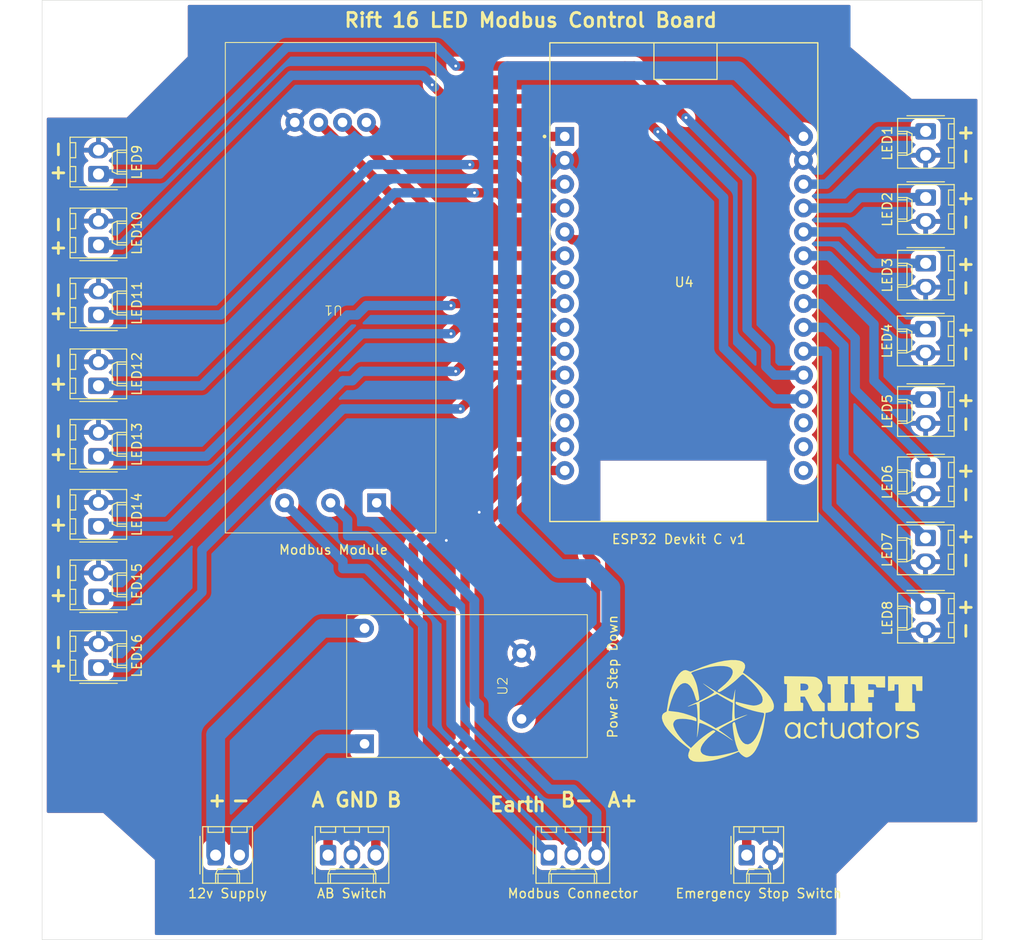
<source format=kicad_pcb>
(kicad_pcb (version 20240108) (generator "pcbnew") (generator_version "8.0")
  (layers (0 "F.Cu" signal) (31 "B.Cu" signal) (34 "B.Paste" user) (35 "F.Paste" user) (36 "B.SilkS" user "B.Silkscreen") (37 "F.SilkS" user "F.Silkscreen") (38 "B.Mask" user) (39 "F.Mask" user) (44 "Edge.Cuts" user))
  (net 0 "")
  (net 1 "Net-(J1-Pin_1)")
  (net 2 "Net-(J1-Pin_2)")
  (net 3 "Net-(J2-Pin_2)")
  (net 4 "Net-(J2-Pin_3)")
  (net 5 "Net-(J2-Pin_1)")
  (net 6 "Net-(J3-Pin_1)")
  (net 7 "GND")
  (net 8 "Net-(J4-Pin_1)")
  (net 9 "Net-(J5-Pin_1)")
  (net 10 "Net-(J6-Pin_1)")
  (net 11 "Net-(J7-Pin_1)")
  (net 12 "Net-(J8-Pin_1)")
  (net 13 "Net-(J9-Pin_1)")
  (net 14 "Net-(J10-Pin_1)")
  (net 15 "Net-(J11-Pin_1)")
  (net 16 "Net-(J12-Pin_1)")
  (net 17 "Net-(J14-Pin_1)")
  (net 18 "Net-(J15-Pin_1)")
  (net 19 "Net-(J16-Pin_1)")
  (net 20 "Net-(J17-Pin_1)")
  (net 21 "Net-(J18-Pin_1)")
  (net 22 "Net-(J19-Pin_1)")
  (net 23 "Net-(J19-Pin_3)")
  (net 24 "Net-(J20-Pin_1)")
  (net 25 "Net-(U2-5V)")
  (net 27 "Net-(U1-VCC)")
  (net 28 "Net-(U1-RXD)")
  (net 32 "Net-(U1-TXD)")
  (net 34 "Net-(J13-Pin_1)")
  (footprint "Connector_Molex:Molex_KK-254_AE-6410-02A_1x02_P2.54mm_Vertical" (layer "F.Cu") (at 106 83.5 90)
    (property "Reference" "J13" (hide yes))
    (property "Value" "LED11" (at 1.27 4.08 -90) (layer "F.SilkS"))
    (pad "1" thru_hole roundrect (at 0 0 90) (size 1.74 2.19) (drill 1.19) (layers "*.Cu" "*.Mask") (roundrect_rratio 0.143678) (net 34 "Net-(J13-Pin_1)"))
    (pad "2" thru_hole oval (at 2.54 0 90) (size 1.74 2.19) (drill 1.19) (layers "*.Cu" "*.Mask") (net 7 "GND"))
  )
  (footprint "Library:RiftLogoSmaller" (layer "F.Cu") (at 180.5 125.5)
    (property "Reference" "G***" (hide yes))
    (property "Value" "LOGO" (hide yes))
  )
  (footprint "Connector_Molex:Molex_KK-254_AE-6410-03A_1x03_P2.54mm_Vertical" (layer "F.Cu") (at 130.42 141)
    (property "Reference" "J19" (hide yes))
    (property "Value" "AB Switch" (at 2.54 4.08 0) (layer "F.SilkS"))
    (pad "1" thru_hole roundrect (at 0 0) (size 1.74 2.19) (drill 1.19) (layers "*.Cu" "*.Mask") (roundrect_rratio 0.143678) (net 22 "Net-(J19-Pin_1)"))
    (pad "2" thru_hole oval (at 2.54 0) (size 1.74 2.19) (drill 1.19) (layers "*.Cu" "*.Mask") (net 7 "GND"))
    (pad "3" thru_hole oval (at 5.08 0) (size 1.74 2.19) (drill 1.19) (layers "*.Cu" "*.Mask") (net 23 "Net-(J19-Pin_3)"))
  )
  (footprint "Library:Modbus Module" (layer "F.Cu") (at 130.69 80.6 180)
    (property "Reference" "U1" (at -0.3 -2.4 180) (layer "F.SilkS") (effects (font (thickness 0.1))))
    (property "Value" "Modbus Module" (at -0.31 -27.9 0) (layer "F.SilkS"))
    (pad "1" thru_hole rect (at -4.9 -22.9 180) (size 2 2) (drill 1.02) (layers "*.Cu" "*.Mask") (net 4 "Net-(J2-Pin_3)"))
    (pad "2" thru_hole circle (at 0 -22.9 180) (size 2 2) (drill 1.02) (layers "*.Cu" "*.Mask") (net 3 "Net-(J2-Pin_2)"))
    (pad "3" thru_hole circle (at 4.9 -22.9 180) (size 2 2) (drill 1.02) (layers "*.Cu" "*.Mask") (net 5 "Net-(J2-Pin_1)"))
    (pad "4" thru_hole circle (at 3.81 17.6 180) (size 2 2) (drill 1.02) (layers "*.Cu" "*.Mask") (net 7 "GND"))
    (pad "5" thru_hole circle (at 1.27 17.6 180) (size 2 2) (drill 1.02) (layers "*.Cu" "*.Mask") (net 28 "Net-(U1-RXD)"))
    (pad "6" thru_hole circle (at -1.27 17.6 180) (size 2 2) (drill 1.02) (layers "*.Cu" "*.Mask") (net 32 "Net-(U1-TXD)"))
    (pad "7" thru_hole circle (at -3.81 17.6 180) (size 2 2) (drill 1.02) (layers "*.Cu" "*.Mask") (net 27 "Net-(U1-VCC)"))
  )
  (footprint "MountingHole:MountingHole_3.2mm_M3" (layer "F.Cu") (at 105 55)
    (property "Reference" "REF**" (hide yes))
    (property "Value" "MountingHole_3.2mm_M3")
    (pad "" np_thru_hole circle (at 0 0) (size 3.2 3.2) (drill 3.2) (layers "*.Cu" "*.Mask"))
  )
  (footprint "Connector_Molex:Molex_KK-254_AE-6410-02A_1x02_P2.54mm_Vertical" (layer "F.Cu") (at 194 92.5 -90)
    (property "Reference" "J7" (hide yes))
    (property "Value" "LED5" (at 1.27 4.08 90) (layer "F.SilkS"))
    (pad "1" thru_hole roundrect (at 0 0 270) (size 1.74 2.19) (drill 1.19) (layers "*.Cu" "*.Mask") (roundrect_rratio 0.143678) (net 11 "Net-(J7-Pin_1)"))
    (pad "2" thru_hole oval (at 2.54 0 270) (size 1.74 2.19) (drill 1.19) (layers "*.Cu" "*.Mask") (net 7 "GND"))
  )
  (footprint "Library:MODULE_ESP32_DEVKIT_V1" (layer "F.Cu") (at 168.3 80.015)
    (property "Reference" "U4" (at 0 0 0) (layer "F.SilkS"))
    (property "Value" "ESP32 Devkit C v1" (at -0.56 27.36 0) (layer "F.SilkS"))
    (pad "1" thru_hole rect (at -12.7 -15.515) (size 2 2) (drill 1.02) (layers "*.Cu" "*.Mask") (net 27 "Net-(U1-VCC)"))
    (pad "2" thru_hole circle (at -12.7 -12.975) (size 2 2) (drill 1.02) (layers "*.Cu" "*.Mask") (net 7 "GND"))
    (pad "3" thru_hole circle (at -12.7 -10.435) (size 2 2) (drill 1.02) (layers "*.Cu" "*.Mask") (net 34 "Net-(J13-Pin_1)"))
    (pad "4" thru_hole circle (at -12.7 -7.895) (size 2 2) (drill 1.02) (layers "*.Cu" "*.Mask") (net 17 "Net-(J14-Pin_1)"))
    (pad "5" thru_hole circle (at -12.7 -5.355) (size 2 2) (drill 1.02) (layers "*.Cu" "*.Mask") (net 24 "Net-(J20-Pin_1)"))
    (pad "6" thru_hole circle (at -12.7 -2.815) (size 2 2) (drill 1.02) (layers "*.Cu" "*.Mask") (net 32 "Net-(U1-TXD)"))
    (pad "7" thru_hole circle (at -12.7 -0.275) (size 2 2) (drill 1.02) (layers "*.Cu" "*.Mask") (net 28 "Net-(U1-RXD)"))
    (pad "8" thru_hole circle (at -12.7 2.265) (size 2 2) (drill 1.02) (layers "*.Cu" "*.Mask") (net 18 "Net-(J15-Pin_1)"))
    (pad "9" thru_hole circle (at -12.7 4.805) (size 2 2) (drill 1.02) (layers "*.Cu" "*.Mask") (net 19 "Net-(J16-Pin_1)"))
    (pad "10" thru_hole circle (at -12.7 7.345) (size 2 2) (drill 1.02) (layers "*.Cu" "*.Mask") (net 20 "Net-(J17-Pin_1)"))
    (pad "11" thru_hole circle (at -12.7 9.885) (size 2 2) (drill 1.02) (layers "*.Cu" "*.Mask") (net 21 "Net-(J18-Pin_1)"))
    (pad "12" thru_hole circle (at -12.7 12.425) (size 2 2) (drill 1.02) (layers "*.Cu" "*.Mask"))
    (pad "13" thru_hole circle (at -12.7 14.965) (size 2 2) (drill 1.02) (layers "*.Cu" "*.Mask"))
    (pad "14" thru_hole circle (at -12.7 17.505) (size 2 2) (drill 1.02) (layers "*.Cu" "*.Mask") (net 22 "Net-(J19-Pin_1)"))
    (pad "15" thru_hole circle (at -12.7 20.045) (size 2 2) (drill 1.02) (layers "*.Cu" "*.Mask") (net 23 "Net-(J19-Pin_3)"))
    (pad "16" thru_hole circle (at 12.7 20.045) (size 2 2) (drill 1.02) (layers "*.Cu" "*.Mask"))
    (pad "17" thru_hole circle (at 12.7 17.505) (size 2 2) (drill 1.02) (layers "*.Cu" "*.Mask"))
    (pad "18" thru_hole circle (at 12.7 14.965) (size 2 2) (drill 1.02) (layers "*.Cu" "*.Mask"))
    (pad "19" thru_hole circle (at 12.7 12.425) (size 2 2) (drill 1.02) (layers "*.Cu" "*.Mask") (net 16 "Net-(J12-Pin_1)"))
    (pad "20" thru_hole circle (at 12.7 9.885) (size 2 2) (drill 1.02) (layers "*.Cu" "*.Mask") (net 15 "Net-(J11-Pin_1)"))
    (pad "21" thru_hole circle (at 12.7 7.345) (size 2 2) (drill 1.02) (layers "*.Cu" "*.Mask") (net 14 "Net-(J10-Pin_1)"))
    (pad "22" thru_hole circle (at 12.7 4.805) (size 2 2) (drill 1.02) (layers "*.Cu" "*.Mask") (net 13 "Net-(J9-Pin_1)"))
    (pad "23" thru_hole circle (at 12.7 2.265) (size 2 2) (drill 1.02) (layers "*.Cu" "*.Mask") (net 12 "Net-(J8-Pin_1)"))
    (pad "24" thru_hole circle (at 12.7 -0.275) (size 2 2) (drill 1.02) (layers "*.Cu" "*.Mask") (net 11 "Net-(J7-Pin_1)"))
    (pad "25" thru_hole circle (at 12.7 -2.815) (size 2 2) (drill 1.02) (layers "*.Cu" "*.Mask") (net 10 "Net-(J6-Pin_1)"))
    (pad "26" thru_hole circle (at 12.7 -5.355) (size 2 2) (drill 1.02) (layers "*.Cu" "*.Mask") (net 9 "Net-(J5-Pin_1)"))
    (pad "27" thru_hole circle (at 12.7 -7.895) (size 2 2) (drill 1.02) (layers "*.Cu" "*.Mask") (net 8 "Net-(J4-Pin_1)"))
    (pad "28" thru_hole circle (at 12.7 -10.435) (size 2 2) (drill 1.02) (layers "*.Cu" "*.Mask") (net 6 "Net-(J3-Pin_1)"))
    (pad "29" thru_hole circle (at 12.7 -12.975) (size 2 2) (drill 1.02) (layers "*.Cu" "*.Mask") (net 7 "GND"))
    (pad "30" thru_hole circle (at 12.7 -15.515) (size 2 2) (drill 1.02) (layers "*.Cu" "*.Mask") (net 25 "Net-(U2-5V)"))
    (zone (net 0) (net_name "") (layer "F.Cu") (connect_pads (clearance 0)) (min_thickness 0.01)
      (keepout (tracks not_allowed) (vias not_allowed) (pads not_allowed) (copperpour not_allowed) (footprints allowed))
      (fill (thermal_gap 0.508) (thermal_bridge_width 0.508))
      (polygon (pts (xy 159.39 99) (xy 177.08 99) (xy 177.08 105.49) (xy 159.39 105.49)))
    )
    (zone (net 0) (net_name "") (layer "B.Cu") (connect_pads (clearance 0)) (min_thickness 0.01)
      (keepout (tracks not_allowed) (vias not_allowed) (pads not_allowed) (copperpour not_allowed) (footprints allowed))
      (fill (thermal_gap 0.508) (thermal_bridge_width 0.508))
      (polygon (pts (xy 159.39 99) (xy 177.08 99) (xy 177.08 105.49) (xy 159.39 105.49)))
    )
  )
  (footprint "Connector_Molex:Molex_KK-254_AE-6410-02A_1x02_P2.54mm_Vertical" (layer "F.Cu") (at 118.46 141)
    (property "Reference" "J1" (hide yes))
    (property "Value" "12v Supply" (at 1.27 4.08 0) (layer "F.SilkS"))
    (pad "1" thru_hole roundrect (at 0 0) (size 1.74 2.19) (drill 1.19) (layers "*.Cu" "*.Mask") (roundrect_rratio 0.143678) (net 1 "Net-(J1-Pin_1)"))
    (pad "2" thru_hole oval (at 2.54 0) (size 1.74 2.19) (drill 1.19) (layers "*.Cu" "*.Mask") (net 2 "Net-(J1-Pin_2)"))
  )
  (footprint "Connector_Molex:Molex_KK-254_AE-6410-02A_1x02_P2.54mm_Vertical" (layer "F.Cu") (at 106 113.5 90)
    (property "Reference" "J17" (hide yes))
    (property "Value" "LED15" (at 1.27 4.08 -90) (layer "F.SilkS"))
    (pad "1" thru_hole roundrect (at 0 0 90) (size 1.74 2.19) (drill 1.19) (layers "*.Cu" "*.Mask") (roundrect_rratio 0.143678) (net 20 "Net-(J17-Pin_1)"))
    (pad "2" thru_hole oval (at 2.54 0 90) (size 1.74 2.19) (drill 1.19) (layers "*.Cu" "*.Mask") (net 7 "GND"))
  )
  (footprint "Connector_Molex:Molex_KK-254_AE-6410-02A_1x02_P2.54mm_Vertical" (layer "F.Cu") (at 106 121.04 90)
    (property "Reference" "J18" (hide yes))
    (property "Value" "LED16" (at 1.27 4.08 -90) (layer "F.SilkS"))
    (pad "1" thru_hole roundrect (at 0 0 90) (size 1.74 2.19) (drill 1.19) (layers "*.Cu" "*.Mask") (roundrect_rratio 0.143678) (net 21 "Net-(J18-Pin_1)"))
    (pad "2" thru_hole oval (at 2.54 0 90) (size 1.74 2.19) (drill 1.19) (layers "*.Cu" "*.Mask") (net 7 "GND"))
  )
  (footprint "Connector_Molex:Molex_KK-254_AE-6410-02A_1x02_P2.54mm_Vertical" (layer "F.Cu") (at 106 76.05 90)
    (property "Reference" "J12" (hide yes))
    (property "Value" "LED10" (at 1.27 4.08 -90) (layer "F.SilkS"))
    (pad "1" thru_hole roundrect (at 0 0 90) (size 1.74 2.19) (drill 1.19) (layers "*.Cu" "*.Mask") (roundrect_rratio 0.143678) (net 16 "Net-(J12-Pin_1)"))
    (pad "2" thru_hole oval (at 2.54 0 90) (size 1.74 2.19) (drill 1.19) (layers "*.Cu" "*.Mask") (net 7 "GND"))
  )
  (footprint "Connector_Molex:Molex_KK-254_AE-6410-02A_1x02_P2.54mm_Vertical" (layer "F.Cu") (at 194 78 -90)
    (property "Reference" "J5" (hide yes))
    (property "Value" "LED3" (at 1.27 4.08 90) (layer "F.SilkS"))
    (pad "1" thru_hole roundrect (at 0 0 270) (size 1.74 2.19) (drill 1.19) (layers "*.Cu" "*.Mask") (roundrect_rratio 0.143678) (net 9 "Net-(J5-Pin_1)"))
    (pad "2" thru_hole oval (at 2.54 0 270) (size 1.74 2.19) (drill 1.19) (layers "*.Cu" "*.Mask") (net 7 "GND"))
  )
  (footprint "Connector_Molex:Molex_KK-254_AE-6410-02A_1x02_P2.54mm_Vertical" (layer "F.Cu") (at 193.98 85 -90)
    (property "Reference" "J6" (hide yes))
    (property "Value" "LED4" (at 1.27 4.08 90) (layer "F.SilkS"))
    (pad "1" thru_hole roundrect (at 0 0 270) (size 1.74 2.19) (drill 1.19) (layers "*.Cu" "*.Mask") (roundrect_rratio 0.143678) (net 10 "Net-(J6-Pin_1)"))
    (pad "2" thru_hole oval (at 2.54 0 270) (size 1.74 2.19) (drill 1.19) (layers "*.Cu" "*.Mask") (net 7 "GND"))
  )
  (footprint "Connector_Molex:Molex_KK-254_AE-6410-02A_1x02_P2.54mm_Vertical" (layer "F.Cu") (at 106 106 90)
    (property "Reference" "J16" (hide yes))
    (property "Value" "LED14" (at 1.27 4.08 -90) (layer "F.SilkS"))
    (pad "1" thru_hole roundrect (at 0 0 90) (size 1.74 2.19) (drill 1.19) (layers "*.Cu" "*.Mask") (roundrect_rratio 0.143678) (net 19 "Net-(J16-Pin_1)"))
    (pad "2" thru_hole oval (at 2.54 0 90) (size 1.74 2.19) (drill 1.19) (layers "*.Cu" "*.Mask") (net 7 "GND"))
  )
  (footprint "MountingHole:MountingHole_3.2mm_M3" (layer "F.Cu") (at 195 55)
    (property "Reference" "REF**" (hide yes))
    (property "Value" "MountingHole_3.2mm_M3")
    (pad "" np_thru_hole circle (at 0 0) (size 3.2 3.2) (drill 3.2) (layers "*.Cu" "*.Mask"))
  )
  (footprint "Connector_Molex:Molex_KK-254_AE-6410-02A_1x02_P2.54mm_Vertical" (layer "F.Cu") (at 193.98 107.23 -90)
    (property "Reference" "J9" (hide yes))
    (property "Value" "LED7" (at 1.27 4.08 90) (layer "F.SilkS"))
    (pad "1" thru_hole roundrect (at 0 0 270) (size 1.74 2.19) (drill 1.19) (layers "*.Cu" "*.Mask") (roundrect_rratio 0.143678) (net 13 "Net-(J9-Pin_1)"))
    (pad "2" thru_hole oval (at 2.54 0 270) (size 1.74 2.19) (drill 1.19) (layers "*.Cu" "*.Mask") (net 7 "GND"))
  )
  (footprint "Connector_Molex:Molex_KK-254_AE-6410-02A_1x02_P2.54mm_Vertical" (layer "F.Cu") (at 194 71 -90)
    (property "Reference" "J4" (hide yes))
    (property "Value" "LED2" (at 1.27 4.08 90) (layer "F.SilkS"))
    (pad "1" thru_hole roundrect (at 0 0 270) (size 1.74 2.19) (drill 1.19) (layers "*.Cu" "*.Mask") (roundrect_rratio 0.143678) (net 8 "Net-(J4-Pin_1)"))
    (pad "2" thru_hole oval (at 2.54 0 270) (size 1.74 2.19) (drill 1.19) (layers "*.Cu" "*.Mask") (net 7 "GND"))
  )
  (footprint "Connector_Molex:Molex_KK-254_AE-6410-02A_1x02_P2.54mm_Vertical" (layer "F.Cu") (at 106 91.04 90)
    (property "Reference" "J14" (hide yes))
    (property "Value" "LED12" (at 1.27 4.08 -90) (layer "F.SilkS"))
    (pad "1" thru_hole roundrect (at 0 0 90) (size 1.74 2.19) (drill 1.19) (layers "*.Cu" "*.Mask") (roundrect_rratio 0.143678) (net 17 "Net-(J14-Pin_1)"))
    (pad "2" thru_hole oval (at 2.54 0 90) (size 1.74 2.19) (drill 1.19) (layers "*.Cu" "*.Mask") (net 7 "GND"))
  )
  (footprint "Connector_Molex:Molex_KK-254_AE-6410-02A_1x02_P2.54mm_Vertical" (layer "F.Cu") (at 194 100 -90)
    (property "Reference" "J8" (hide yes))
    (property "Value" "LED6" (at 1.27 4.08 90) (layer "F.SilkS"))
    (pad "1" thru_hole roundrect (at 0 0 270) (size 1.74 2.19) (drill 1.19) (layers "*.Cu" "*.Mask") (roundrect_rratio 0.143678) (net 12 "Net-(J8-Pin_1)"))
    (pad "2" thru_hole oval (at 2.54 0 270) (size 1.74 2.19) (drill 1.19) (layers "*.Cu" "*.Mask") (net 7 "GND"))
  )
  (footprint "Connector_Molex:Molex_KK-254_AE-6410-03A_1x03_P2.54mm_Vertical" (layer "F.Cu") (at 153.92 141)
    (property "Reference" "J2" (hide yes))
    (property "Value" "Modbus Connector" (at 2.54 4.08 0) (layer "F.SilkS"))
    (pad "1" thru_hole roundrect (at 0 0) (size 1.74 2.19) (drill 1.19) (layers "*.Cu" "*.Mask") (roundrect_rratio 0.143678) (net 5 "Net-(J2-Pin_1)"))
    (pad "2" thru_hole oval (at 2.54 0) (size 1.74 2.19) (drill 1.19) (layers "*.Cu" "*.Mask") (net 3 "Net-(J2-Pin_2)"))
    (pad "3" thru_hole oval (at 5.08 0) (size 1.74 2.19) (drill 1.19) (layers "*.Cu" "*.Mask") (net 4 "Net-(J2-Pin_3)"))
  )
  (footprint "Connector_Molex:Molex_KK-254_AE-6410-02A_1x02_P2.54mm_Vertical" (layer "F.Cu") (at 106 98.54 90)
    (property "Reference" "J15" (hide yes))
    (property "Value" "LED13" (at 1.27 4.08 -90) (layer "F.SilkS"))
    (pad "1" thru_hole roundrect (at 0 0 90) (size 1.74 2.19) (drill 1.19) (layers "*.Cu" "*.Mask") (roundrect_rratio 0.143678) (net 18 "Net-(J15-Pin_1)"))
    (pad "2" thru_hole oval (at 2.54 0 90) (size 1.74 2.19) (drill 1.19) (layers "*.Cu" "*.Mask") (net 7 "GND"))
  )
  (footprint "Connector_Molex:Molex_KK-254_AE-6410-02A_1x02_P2.54mm_Vertical" (layer "F.Cu") (at 106 68.5 90)
    (property "Reference" "J11" (hide yes))
    (property "Value" "LED9" (at 1.27 4.08 -90) (layer "F.SilkS"))
    (pad "1" thru_hole roundrect (at 0 0 90) (size 1.74 2.19) (drill 1.19) (layers "*.Cu" "*.Mask") (roundrect_rratio 0.143678) (net 15 "Net-(J11-Pin_1)"))
    (pad "2" thru_hole oval (at 2.54 0 90) (size 1.74 2.19) (drill 1.19) (layers "*.Cu" "*.Mask") (net 7 "GND"))
  )
  (footprint "MountingHole:MountingHole_3.2mm_M3" (layer "F.Cu") (at 105 145)
    (property "Reference" "REF**" (hide yes))
    (property "Value" "MountingHole_3.2mm_M3")
    (pad "" np_thru_hole circle (at 0 0) (size 3.2 3.2) (drill 3.2) (layers "F&B.Cu" "*.Mask"))
  )
  (footprint "Connector_Molex:Molex_KK-254_AE-6410-02A_1x02_P2.54mm_Vertical" (layer "F.Cu") (at 174.96 141)
    (property "Reference" "J20" (hide yes))
    (property "Value" "Emergency Stop Switch" (at 1.27 4.08 0) (layer "F.SilkS"))
    (pad "1" thru_hole roundrect (at 0 0) (size 1.74 2.19) (drill 1.19) (layers "*.Cu" "*.Mask") (roundrect_rratio 0.143678) (net 24 "Net-(J20-Pin_1)"))
    (pad "2" thru_hole oval (at 2.54 0) (size 1.74 2.19) (drill 1.19) (layers "*.Cu" "*.Mask") (net 7 "GND"))
  )
  (footprint "Library:Step Down Buck Converter 24V - 5V" (layer "F.Cu") (at 145.2 123 90)
    (property "Reference" "U2" (at 0 3.8 90) (layer "F.SilkS") (effects (font (thickness 0.1))))
    (property "Value" "Power Step Down" (at 1 15.5 90) (layer "F.SilkS"))
    (pad "1" thru_hole rect (at -6.15 -10.9 90) (size 2 2) (drill 1.02) (layers "*.Cu" "*.Mask") (net 2 "Net-(J1-Pin_2)"))
    (pad "2" thru_hole circle (at 6.15 -10.9 90) (size 2 2) (drill 1.02) (layers "*.Cu" "*.Mask") (net 1 "Net-(J1-Pin_1)"))
    (pad "3" thru_hole circle (at 3.5 5.8 90) (size 2 2) (drill 1.02) (layers "*.Cu" "*.Mask") (net 7 "GND"))
    (pad "4" thru_hole circle (at -3.5 5.8 90) (size 2 2) (drill 1.02) (layers "*.Cu" "*.Mask") (net 25 "Net-(U2-5V)"))
  )
  (footprint "Connector_Molex:Molex_KK-254_AE-6410-02A_1x02_P2.54mm_Vertical" (layer "F.Cu") (at 194 114.5 -90)
    (property "Reference" "J10" (hide yes))
    (property "Value" "LED8" (at 1.27 4.08 90) (layer "F.SilkS"))
    (pad "1" thru_hole roundrect (at 0 0 270) (size 1.74 2.19) (drill 1.19) (layers "*.Cu" "*.Mask") (roundrect_rratio 0.143678) (net 14 "Net-(J10-Pin_1)"))
    (pad "2" thru_hole oval (at 2.54 0 270) (size 1.74 2.19) (drill 1.19) (layers "*.Cu" "*.Mask") (net 7 "GND"))
  )
  (footprint "Connector_Molex:Molex_KK-254_AE-6410-02A_1x02_P2.54mm_Vertical" (layer "F.Cu") (at 194 63.96 -90)
    (property "Reference" "J3" (hide yes))
    (property "Value" "LED1" (at 1.27 4.08 90) (layer "F.SilkS"))
    (pad "1" thru_hole roundrect (at 0 0 270) (size 1.74 2.19) (drill 1.19) (layers "*.Cu" "*.Mask") (roundrect_rratio 0.143678) (net 6 "Net-(J3-Pin_1)"))
    (pad "2" thru_hole oval (at 2.54 0 270) (size 1.74 2.19) (drill 1.19) (layers "*.Cu" "*.Mask") (net 7 "GND"))
  )
  (footprint "MountingHole:MountingHole_3.2mm_M3" (layer "F.Cu") (at 195 145)
    (property "Reference" "REF**" (hide yes))
    (property "Value" "MountingHole_3.2mm_M3")
    (pad "" np_thru_hole circle (at 0 0) (size 3.2 3.2) (drill 3.2) (layers "F&B.Cu" "*.Mask"))
  )
  (gr_rect (start 100 50) (end 200 150) (stroke (width 0.05)) (fill none) (layer "Edge.Cuts"))
  (gr_text "+" (at 102.5 114.5 90) (layer "F.SilkS") (effects (font (size 1.5 1.5) (thickness 0.3) (bold yes)) (justify left bottom)))
  (gr_text "+" (at 102.5 84.5 90) (layer "F.SilkS") (effects (font (size 1.5 1.5) (thickness 0.3) (bold yes)) (justify left bottom)))
  (gr_text "+" (at 197.5 77 -90) (layer "F.SilkS") (effects (font (size 1.5 1.5) (thickness 0.3) (bold yes)) (justify left bottom)))
  (gr_text "-" (at 102.5 104.5 90) (layer "F.SilkS") (effects (font (size 1.5 1.5) (thickness 0.3) (bold yes)) (justify left bottom)))
  (gr_text "A" (at 128.5 136 0) (layer "F.SilkS") (effects (font (size 1.5 1.5) (thickness 0.3) (bold yes)) (justify left bottom)))
  (gr_text "-" (at 102.5 119.5 90) (layer "F.SilkS") (effects (font (size 1.5 1.5) (thickness 0.3) (bold yes)) (justify left bottom)))
  (gr_text "-" (at 102.5 97 90) (layer "F.SilkS") (effects (font (size 1.5 1.5) (thickness 0.3) (bold yes)) (justify left bottom)))
  (gr_text "B-" (at 155 136 0) (layer "F.SilkS") (effects (font (size 1.5 1.5) (thickness 0.3) (bold yes)) (justify left bottom)))
  (gr_text "A+" (at 160 136 0) (layer "F.SilkS") (effects (font (size 1.5 1.5) (thickness 0.3) (bold yes)) (justify left bottom)))
  (gr_text "-" (at 197.5 101.5 -90) (layer "F.SilkS") (effects (font (size 1.5 1.5) (thickness 0.3) (bold yes)) (justify left bottom)))
  (gr_text "GND" (at 131 136 0) (layer "F.SilkS") (effects (font (size 1.5 1.5) (thickness 0.3) (bold yes)) (justify left bottom)))
  (gr_text "-" (at 197.5 65.5 -90) (layer "F.SilkS") (effects (font (size 1.5 1.5) (thickness 0.3) (bold yes)) (justify left bottom)))
  (gr_text "-" (at 197.5 108.5 -90) (layer "F.SilkS") (effects (font (size 1.5 1.5) (thickness 0.3) (bold yes)) (justify left bottom)))
  (gr_text "+" (at 102.5 92 90) (layer "F.SilkS") (effects (font (size 1.5 1.5) (thickness 0.3) (bold yes)) (justify left bottom)))
  (gr_text "-" (at 102.5 67 90) (layer "F.SilkS") (effects (font (size 1.5 1.5) (thickness 0.3) (bold yes)) (justify left bottom)))
  (gr_text "-" (at 102.5 89.5 90) (layer "F.SilkS") (effects (font (size 1.5 1.5) (thickness 0.3) (bold yes)) (justify left bottom)))
  (gr_text "-" (at 102.5 112 90) (layer "F.SilkS") (effects (font (size 1.5 1.5) (thickness 0.3) (bold yes)) (justify left bottom)))
  (gr_text "-" (at 120 136 0) (layer "F.SilkS") (effects (font (size 1.5 1.5) (thickness 0.3) (bold yes)) (justify left bottom)))
  (gr_text "+" (at 197.5 113.5 -90) (layer "F.SilkS") (effects (font (size 1.5 1.5) (thickness 0.3) (bold yes)) (justify left bottom)))
  (gr_text "+" (at 197.5 106 -90) (layer "F.SilkS") (effects (font (size 1.5 1.5) (thickness 0.3) (bold yes)) (justify left bottom)))
  (gr_text "+" (at 102.5 77.5 90) (layer "F.SilkS") (effects (font (size 1.5 1.5) (thickness 0.3) (bold yes)) (justify left bottom)))
  (gr_text "-" (at 102.5 75 90) (layer "F.SilkS") (effects (font (size 1.5 1.5) (thickness 0.3) (bold yes)) (justify left bottom)))
  (gr_text "+" (at 117.5 136 0) (layer "F.SilkS") (effects (font (size 1.5 1.5) (thickness 0.3) (bold yes)) (justify left bottom)))
  (gr_text "-" (at 197.5 94 -90) (layer "F.SilkS") (effects (font (size 1.5 1.5) (thickness 0.3) (bold yes)) (justify left bottom)))
  (gr_text "-" (at 102.5 82 90) (layer "F.SilkS") (effects (font (size 1.5 1.5) (thickness 0.3) (bold yes)) (justify left bottom)))
  (gr_text "-" (at 197.5 86.5 -90) (layer "F.SilkS") (effects (font (size 1.5 1.5) (thickness 0.3) (bold yes)) (justify left bottom)))
  (gr_text "+" (at 102.5 122 90) (layer "F.SilkS") (effects (font (size 1.5 1.5) (thickness 0.3) (bold yes)) (justify left bottom)))
  (gr_text "+" (at 197.5 99 -90) (layer "F.SilkS") (effects (font (size 1.5 1.5) (thickness 0.3) (bold yes)) (justify left bottom)))
  (gr_text "-" (at 197.5 72.5 -90) (layer "F.SilkS") (effects (font (size 1.5 1.5) (thickness 0.3) (bold yes)) (justify left bottom)))
  (gr_text "Earth" (at 147.5 136.5 0) (layer "F.SilkS") (effects (font (size 1.5 1.5) (thickness 0.3) (bold yes)) (justify left bottom)))
  (gr_text "+" (at 102.5 69.5 90) (layer "F.SilkS") (effects (font (size 1.5 1.5) (thickness 0.3) (bold yes)) (justify left bottom)))
  (gr_text "+" (at 197.5 70 -90) (layer "F.SilkS") (effects (font (size 1.5 1.5) (thickness 0.3) (bold yes)) (justify left bottom)))
  (gr_text "Rift 16 LED Modbus Control Board" (at 132 53 0) (layer "F.SilkS") (effects (font (size 1.5 1.5) (thickness 0.3) (bold yes)) (justify left bottom)))
  (gr_text "-" (at 197.5 116 -90) (layer "F.SilkS") (effects (font (size 1.5 1.5) (thickness 0.3) (bold yes)) (justify left bottom)))
  (gr_text "+" (at 197.5 91.5 -90) (layer "F.SilkS") (effects (font (size 1.5 1.5) (thickness 0.3) (bold yes)) (justify left bottom)))
  (gr_text "+" (at 197.5 63 -90) (layer "F.SilkS") (effects (font (size 1.5 1.5) (thickness 0.3) (bold yes)) (justify left bottom)))
  (gr_text "+" (at 102.5 99.5 90) (layer "F.SilkS") (effects (font (size 1.5 1.5) (thickness 0.3) (bold yes)) (justify left bottom)))
  (gr_text "+" (at 102.5 107 90) (layer "F.SilkS") (effects (font (size 1.5 1.5) (thickness 0.3) (bold yes)) (justify left bottom)))
  (gr_text "+" (at 197.5 84 -90) (layer "F.SilkS") (effects (font (size 1.5 1.5) (thickness 0.3) (bold yes)) (justify left bottom)))
  (gr_text "B" (at 136.5 136 0) (layer "F.SilkS") (effects (font (size 1.5 1.5) (thickness 0.3) (bold yes)) (justify left bottom)))
  (gr_text "-" (at 197.5 79.5 -90) (layer "F.SilkS") (effects (font (size 1.5 1.5) (thickness 0.3) (bold yes)) (justify left bottom)))
  (segment (start 129.8 116.85) (end 134.3 116.85) (width 2) (layer "B.Cu") (net 1))
  (segment (start 118.46 128.19) (end 129.8 116.85) (width 2) (layer "B.Cu") (net 1))
  (segment (start 118.46 141) (end 118.46 128.19) (width 2) (layer "B.Cu") (net 1))
  (segment (start 129.8 129.15) (end 134.3 129.15) (width 2) (layer "B.Cu") (net 2))
  (segment (start 121 137.95) (end 129.8 129.15) (width 2) (layer "B.Cu") (net 2))
  (segment (start 121 141) (end 121 137.95) (width 2) (layer "B.Cu") (net 2))
  (segment (start 132.5 107) (end 132.5 105.31) (width 1) (layer "B.Cu") (net 3))
  (segment (start 156.46 139.96) (end 143.5 127) (width 1) (layer "B.Cu") (net 3))
  (segment (start 143 115.5) (end 134.5 107) (width 1) (layer "B.Cu") (net 3))
  (segment (start 143.5 115.5) (end 143 115.5) (width 1) (layer "B.Cu") (net 3))
  (segment (start 134.5 107) (end 132.5 107) (width 1) (layer "B.Cu") (net 3))
  (segment (start 132.5 105.31) (end 130.69 103.5) (width 1) (layer "B.Cu") (net 3))
  (segment (start 156.46 141) (end 156.46 139.96) (width 1) (layer "B.Cu") (net 3))
  (segment (start 143.5 127) (end 143.5 115.5) (width 1) (layer "B.Cu") (net 3))
  (segment (start 156.5 134) (end 154 134) (width 1) (layer "B.Cu") (net 4))
  (segment (start 146 124.5) (end 146 113.91) (width 1) (layer "B.Cu") (net 4))
  (segment (start 146 113.91) (end 135.59 103.5) (width 1) (layer "B.Cu") (net 4))
  (segment (start 159 141) (end 159 136.5) (width 1) (layer "B.Cu") (net 4))
  (segment (start 159 136.5) (end 156.5 134) (width 1) (layer "B.Cu") (net 4))
  (segment (start 154 134) (end 146.5 126.5) (width 1) (layer "B.Cu") (net 4))
  (segment (start 146.5 126.5) (end 146.5 125) (width 1) (layer "B.Cu") (net 4))
  (segment (start 146.5 125) (end 146 124.5) (width 1) (layer "B.Cu") (net 4))
  (segment (start 140.5 116.5) (end 134.5 110.5) (width 1) (layer "B.Cu") (net 5))
  (segment (start 132 110.5) (end 132 109.71) (width 1) (layer "B.Cu") (net 5))
  (segment (start 140.5 127.58) (end 140.5 116.5) (width 1) (layer "B.Cu") (net 5))
  (segment (start 132 109.71) (end 125.79 103.5) (width 1) (layer "B.Cu") (net 5))
  (segment (start 134.5 110.5) (end 132 110.5) (width 1) (layer "B.Cu") (net 5))
  (segment (start 153.92 141) (end 140.5 127.58) (width 1) (layer "B.Cu") (net 5))
  (segment (start 189.04 63.96) (end 194 63.96) (width 1) (layer "B.Cu") (net 6))
  (segment (start 183.42 69.58) (end 189.04 63.96) (width 1) (layer "B.Cu") (net 6))
  (segment (start 181 69.58) (end 183.42 69.58) (width 1) (layer "B.Cu") (net 6))
  (segment (start 156.46 67.04) (end 155.6 67.04) (width 1) (layer "F.Cu") (net 7))
  (segment (start 156.04 67.04) (end 154.96 67.04) (width 1) (layer "F.Cu") (net 7))
  (segment (start 154.96 67.04) (end 154 68) (width 1) (layer "F.Cu") (net 7))
  (segment (start 155.6 67.04) (end 156.04 67.04) (width 1) (layer "F.Cu") (net 7))
  (segment (start 156.46 67.04) (end 157.5 66) (width 1) (layer "F.Cu") (net 7))
  (segment (start 155.6 67.04) (end 157.54 67.04) (width 1) (layer "F.Cu") (net 7))
  (segment (start 157.54 67.04) (end 158 67.5) (width 1) (layer "F.Cu") (net 7))
  (segment (start 156.04 67.04) (end 157 68) (width 1) (layer "F.Cu") (net 7))
  (segment (start 154.54 67.04) (end 153.5 66) (width 1) (layer "F.Cu") (net 7))
  (via (at 146.5 104.5) (size 0.6) (drill 0.3) (layers "F.Cu" "B.Cu") (net 7))
  (via (at 143 107.5) (size 0.6) (drill 0.3) (layers "F.Cu" "B.Cu") (net 7))
  (segment (start 194 71) (end 187 71) (width 1) (layer "B.Cu") (net 8))
  (segment (start 185.88 72.12) (end 181 72.12) (width 1) (layer "B.Cu") (net 8))
  (segment (start 187 71) (end 185.88 72.12) (width 1) (layer "B.Cu") (net 8))
  (segment (start 188.5 78) (end 194 78) (width 1) (layer "B.Cu") (net 9))
  (segment (start 185.16 74.66) (end 188.5 78) (width 1) (layer "B.Cu") (net 9))
  (segment (start 181 74.66) (end 185.16 74.66) (width 1) (layer "B.Cu") (net 9))
  (segment (start 183.7 77.2) (end 191.5 85) (width 1) (layer "B.Cu") (net 10))
  (segment (start 181 77.2) (end 183.7 77.2) (width 1) (layer "B.Cu") (net 10))
  (segment (start 191.5 85) (end 193.98 85) (width 1) (layer "B.Cu") (net 10))
  (segment (start 188.5 84.5) (end 188.5 90.5) (width 1) (layer "B.Cu") (net 11))
  (segment (start 181 79.74) (end 183.74 79.74) (width 1) (layer "B.Cu") (net 11))
  (segment (start 190.5 92.5) (end 194 92.5) (width 1) (layer "B.Cu") (net 11))
  (segment (start 188.5 90.5) (end 190.5 92.5) (width 1) (layer "B.Cu") (net 11))
  (segment (start 183.74 79.74) (end 188.5 84.5) (width 1) (layer "B.Cu") (net 11))
  (segment (start 186.5 86) (end 186.5 91.5) (width 1) (layer "B.Cu") (net 12))
  (segment (start 182.78 82.28) (end 186.5 86) (width 1) (layer "B.Cu") (net 12))
  (segment (start 194 99) (end 194 100) (width 1) (layer "B.Cu") (net 12))
  (segment (start 181 82.28) (end 182.78 82.28) (width 1) (layer "B.Cu") (net 12))
  (segment (start 186.5 91.5) (end 194 99) (width 1) (layer "B.Cu") (net 12))
  (segment (start 185.3 86.8) (end 185.3 98.55) (width 1) (layer "B.Cu") (net 13))
  (segment (start 183.32 84.82) (end 185.3 86.8) (width 1) (layer "B.Cu") (net 13))
  (segment (start 181 84.82) (end 183.32 84.82) (width 1) (layer "B.Cu") (net 13))
  (segment (start 185.3 98.55) (end 193.98 107.23) (width 1) (layer "B.Cu") (net 13))
  (segment (start 183.5 87.5) (end 183.5 104) (width 1) (layer "B.Cu") (net 14))
  (segment (start 183.5 104) (end 194 114.5) (width 1) (layer "B.Cu") (net 14))
  (segment (start 181 87.36) (end 183.36 87.36) (width 1) (layer "B.Cu") (net 14))
  (segment (start 183.36 87.36) (end 183.5 87.5) (width 1) (layer "B.Cu") (net 14))
  (segment (start 162 57) (end 163 57) (width 1) (layer "F.Cu") (net 15))
  (segment (start 163 57) (end 168.5 62.5) (width 1) (layer "F.Cu") (net 15))
  (segment (start 144.5 57) (end 162 57) (width 1) (layer "F.Cu") (net 15))
  (segment (start 144 57) (end 144.5 57) (width 1) (layer "F.Cu") (net 15))
  (via (at 144 57) (size 0.6) (drill 0.3) (layers "F.Cu" "B.Cu") (net 15))
  (via (at 168.5 62.5) (size 0.6) (drill 0.3) (layers "F.Cu" "B.Cu") (net 15))
  (segment (start 177 87) (end 177 89) (width 1) (layer "B.Cu") (net 15))
  (segment (start 177.9 89.9) (end 181 89.9) (width 1) (layer "B.Cu") (net 15))
  (segment (start 175 69) (end 175 85) (width 1) (layer "B.Cu") (net 15))
  (segment (start 106 68.5) (end 112.5 68.5) (width 1) (layer "B.Cu") (net 15))
  (segment (start 168.5 62.5) (end 175 69) (width 1) (layer "B.Cu") (net 15))
  (segment (start 126 55) (end 134.5 55) (width 1) (layer "B.Cu") (net 15))
  (segment (start 134.5 55) (end 142 55) (width 1) (layer "B.Cu") (net 15))
  (segment (start 175 85) (end 177 87) (width 1) (layer "B.Cu") (net 15))
  (segment (start 124 57) (end 126 55) (width 1) (layer "B.Cu") (net 15))
  (segment (start 177 89) (end 177.9 89.9) (width 1) (layer "B.Cu") (net 15))
  (segment (start 142 55) (end 144 57) (width 1) (layer "B.Cu") (net 15))
  (segment (start 112.5 68.5) (end 124 57) (width 1) (layer "B.Cu") (net 15))
  (segment (start 143 60.5) (end 161.5 60.5) (width 1) (layer "F.Cu") (net 16))
  (segment (start 162 60.5) (end 165.5 64) (width 1) (layer "F.Cu") (net 16))
  (segment (start 141.5 59) (end 143 60.5) (width 1) (layer "F.Cu") (net 16))
  (segment (start 161.5 60.5) (end 162 60.5) (width 1) (layer "F.Cu") (net 16))
  (via (at 165.5 64) (size 0.6) (drill 0.3) (layers "F.Cu" "B.Cu") (net 16))
  (via (at 141.5 59) (size 0.6) (drill 0.3) (layers "F.Cu" "B.Cu") (net 16))
  (segment (start 126.5 58) (end 129.5 58) (width 1) (layer "B.Cu") (net 16))
  (segment (start 172.5 87) (end 177.94 92.44) (width 1) (layer "B.Cu") (net 16))
  (segment (start 129.5 58) (end 140.5 58) (width 1) (layer "B.Cu") (net 16))
  (segment (start 140.5 58) (end 141.5 59) (width 1) (layer "B.Cu") (net 16))
  (segment (start 172.5 71) (end 172.5 87) (width 1) (layer "B.Cu") (net 16))
  (segment (start 165.5 64) (end 172.5 71) (width 1) (layer "B.Cu") (net 16))
  (segment (start 177.94 92.44) (end 181 92.44) (width 1) (layer "B.Cu") (net 16))
  (segment (start 108.45 76.05) (end 126.5 58) (width 1) (layer "B.Cu") (net 16))
  (segment (start 141.5 59) (end 141.75 59.25) (width 1) (layer "B.Cu") (net 16))
  (segment (start 106 76.05) (end 108.45 76.05) (width 1) (layer "B.Cu") (net 16))
  (segment (start 150.12 72.12) (end 149.5 71.5) (width 1) (layer "F.Cu") (net 17))
  (segment (start 149.5 71.5) (end 148.5 70.5) (width 1) (layer "F.Cu") (net 17))
  (segment (start 155.6 72.12) (end 150.12 72.12) (width 1) (layer "F.Cu") (net 17))
  (segment (start 148.5 70.5) (end 146 70.5) (width 1) (layer "F.Cu") (net 17))
  (via (at 146 70.5) (size 0.6) (drill 0.3) (layers "F.Cu" "B.Cu") (net 17))
  (segment (start 116.96 91.04) (end 137.5 70.5) (width 1) (layer "B.Cu") (net 17))
  (segment (start 106 91.04) (end 116.96 91.04) (width 1) (layer "B.Cu") (net 17))
  (segment (start 137.5 70.5) (end 146 70.5) (width 1) (layer "B.Cu") (net 17))
  (segment (start 155.6 82.28) (end 143.72 82.28) (width 1) (layer "F.Cu") (net 18))
  (segment (start 143.72 82.28) (end 143.5 82.5) (width 1) (layer "F.Cu") (net 18))
  (via (at 143.5 82.5) (size 0.6) (drill 0.3) (layers "F.Cu" "B.Cu") (net 18))
  (segment (start 117.46 98.54) (end 132.5 83.5) (width 1) (layer "B.Cu") (net 18))
  (segment (start 133.5 83.5) (end 134.5 82.5) (width 1) (layer "B.Cu") (net 18))
  (segment (start 106 98.54) (end 117.46 98.54) (width 1) (layer "B.Cu") (net 18))
  (segment (start 132.5 83.5) (end 133.5 83.5) (width 1) (layer "B.Cu") (net 18))
  (segment (start 134.5 82.5) (end 143.5 82.5) (width 1) (layer "B.Cu") (net 18))
  (segment (start 155.6 84.82) (end 144.18 84.82) (width 1) (layer "F.Cu") (net 19))
  (segment (start 144.18 84.82) (end 143.5 85.5) (width 1) (layer "F.Cu") (net 19))
  (via (at 143.5 85.5) (size 0.6) (drill 0.3) (layers "F.Cu" "B.Cu") (net 19))
  (segment (start 113.5 106) (end 134 85.5) (width 1) (layer "B.Cu") (net 19))
  (segment (start 134 85.5) (end 143.5 85.5) (width 1) (layer "B.Cu") (net 19))
  (segment (start 106 106) (end 113.5 106) (width 1) (layer "B.Cu") (net 19))
  (segment (start 146.14 87.36) (end 144 89.5) (width 1) (layer "F.Cu") (net 20))
  (segment (start 155.6 87.36) (end 146.14 87.36) (width 1) (layer "F.Cu") (net 20))
  (via (at 144 89.5) (size 0.6) (drill 0.3) (layers "F.Cu" "B.Cu") (net 20))
  (segment (start 133 90.5) (end 134 89.5) (width 1) (layer "B.Cu") (net 20))
  (segment (start 134 89.5) (end 144 89.5) (width 1) (layer "B.Cu") (net 20))
  (segment (start 132 90.5) (end 133 90.5) (width 1) (layer "B.Cu") (net 20))
  (segment (start 106 113.5) (end 109 113.5) (width 1) (layer "B.Cu") (net 20))
  (segment (start 109 113.5) (end 132 90.5) (width 1) (layer "B.Cu") (net 20))
  (segment (start 148.1 89.9) (end 144.5 93.5) (width 1) (layer "F.Cu") (net 21))
  (segment (start 155.6 89.9) (end 148.1 89.9) (width 1) (layer "F.Cu") (net 21))
  (via (at 144.5 93.5) (size 0.6) (drill 0.3) (layers "F.Cu" "B.Cu") (net 21))
  (segment (start 105.5 121) (end 105.54 121.04) (width 1) (layer "B.Cu") (net 21))
  (segment (start 108.96 121.04) (end 117 113) (width 1) (layer "B.Cu") (net 21))
  (segment (start 106 121.04) (end 108.96 121.04) (width 1) (layer "B.Cu") (net 21))
  (segment (start 117 108.5) (end 132 93.5) (width 1) (layer "B.Cu") (net 21))
  (segment (start 117 113) (end 117 108.5) (width 1) (layer "B.Cu") (net 21))
  (segment (start 132 93.5) (end 144.5 93.5) (width 1) (layer "B.Cu") (net 21))
  (segment (start 150 97.5) (end 150.02 97.52) (width 1) (layer "F.Cu") (net 22))
  (segment (start 150.02 97.52) (end 155.6 97.52) (width 1) (layer "F.Cu") (net 22))
  (segment (start 130.42 138.58) (end 139.5 129.5) (width 1) (layer "F.Cu") (net 22))
  (segment (start 130.42 141) (end 130.42 138.58) (width 1) (layer "F.Cu") (net 22))
  (segment (start 139.5 108) (end 150 97.5) (width 1) (layer "F.Cu") (net 22))
  (segment (start 139.5 129.5) (end 139.5 108) (width 1) (layer "F.Cu") (net 22))
  (segment (start 152.94 100.06) (end 155.6 100.06) (width 1) (layer "F.Cu") (net 23))
  (segment (start 135.5 141) (end 135.5 138.5) (width 1) (layer "F.Cu") (net 23))
  (segment (start 145 129) (end 145 108) (width 1) (layer "F.Cu") (net 23))
  (segment (start 145 108) (end 152.94 100.06) (width 1) (layer "F.Cu") (net 23))
  (segment (start 135.5 138.5) (end 145 129) (width 1) (layer "F.Cu") (net 23))
  (segment (start 158.89 109.89) (end 158 109) (width 1) (layer "F.Cu") (net 24))
  (segment (start 174.96 132.46) (end 158.89 116.39) (width 1) (layer "F.Cu") (net 24))
  (segment (start 158 109) (end 158 75.5) (width 1) (layer "F.Cu") (net 24))
  (segment (start 158.89 116.39) (end 158.89 109.89) (width 1) (layer "F.Cu") (net 24))
  (segment (start 156.44 75.5) (end 155.6 74.66) (width 1) (layer "F.Cu") (net 24))
  (segment (start 158 75.5) (end 156.44 75.5) (width 1) (layer "F.Cu") (net 24))
  (segment (start 174.96 141) (end 174.96 132.46) (width 1) (layer "F.Cu") (net 24))
  (segment (start 149.5 57.5) (end 174 57.5) (width 2) (layer "B.Cu") (net 25))
  (segment (start 151 126.5) (end 160.5 117) (width 2) (layer "B.Cu") (net 25))
  (segment (start 174 57.5) (end 181 64.5) (width 2) (layer "B.Cu") (net 25))
  (segment (start 160.5 117) (end 160.5 112.5) (width 2) (layer "B.Cu") (net 25))
  (segment (start 149.5 105) (end 149.5 57.5) (width 2) (layer "B.Cu") (net 25))
  (segment (start 158.5 110.5) (end 155 110.5) (width 2) (layer "B.Cu") (net 25))
  (segment (start 160.5 112.5) (end 158.5 110.5) (width 2) (layer "B.Cu") (net 25))
  (segment (start 155 110.5) (end 149.5 105) (width 2) (layer "B.Cu") (net 25))
  (segment (start 136 64.5) (end 134.5 63) (width 1) (layer "F.Cu") (net 27))
  (segment (start 155.6 64.5) (end 136 64.5) (width 1) (layer "F.Cu") (net 27))
  (segment (start 146.16 79.74) (end 129.42 63) (width 1) (layer "F.Cu") (net 28))
  (segment (start 155.6 79.74) (end 146.16 79.74) (width 1) (layer "F.Cu") (net 28))
  (segment (start 155.6 77.2) (end 146.16 77.2) (width 1) (layer "F.Cu") (net 32))
  (segment (start 146.16 77.2) (end 131.96 63) (width 1) (layer "F.Cu") (net 32))
  (segment (start 155.6 69.58) (end 152.58 69.58) (width 1) (layer "F.Cu") (net 34))
  (segment (start 152.58 69.58) (end 150.5 67.5) (width 1) (layer "F.Cu") (net 34))
  (segment (start 150.5 67.5) (end 149.5 67.5) (width 1) (layer "F.Cu") (net 34))
  (segment (start 149.5 67.5) (end 145.5 67.5) (width 1) (layer "F.Cu") (net 34))
  (via (at 145.5 67.5) (size 0.6) (drill 0.3) (layers "F.Cu" "B.Cu") (net 34))
  (segment (start 135 67.5) (end 145.5 67.5) (width 1) (layer "B.Cu") (net 34))
  (segment (start 119 83.5) (end 135 67.5) (width 1) (layer "B.Cu") (net 34))
  (segment (start 106 83.5) (end 119 83.5) (width 1) (layer "B.Cu") (net 34))
  (zone (net 7) (net_name "GND") (layers "F&B.Cu") (connect_pads (clearance 0.5)) (min_thickness 0.25) (fill yes (thermal_gap 0.5) (thermal_bridge_width 0.5))
    (polygon (pts (xy 100.5 62.5) (xy 109 62.5) (xy 115.5 56) (xy 115.5 50.5) (xy 186 50.5) (xy 186 55) (xy 192.5 60.5) (xy 199.5 60.5) (xy 199.5 137.5) (xy 190 137.5) (xy 184.5 143) (xy 184.5 149.5) (xy 112 149.5) (xy 112 141.5) (xy 106.5 136.5) (xy 100.5 136.5)))
  )
)
</source>
